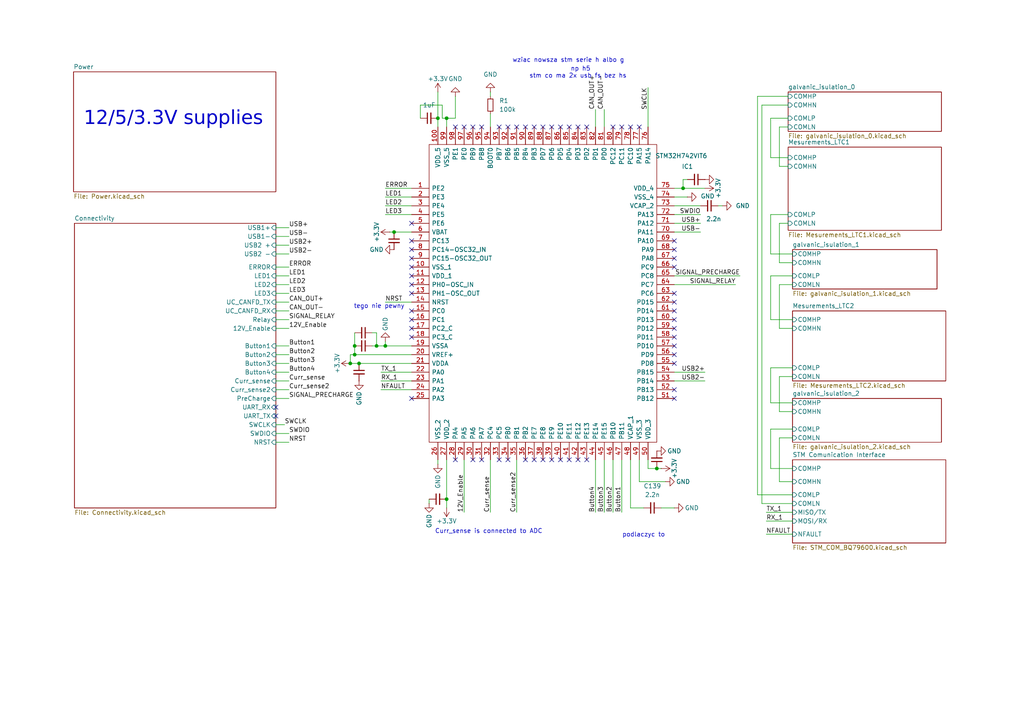
<source format=kicad_sch>
(kicad_sch (version 20250114) (generator "eeschema") (generator_version "9.0")
  (paper "A4")
  (lib_symbols
    (symbol "Device:C_Small" (pin_numbers (hide yes)) (pin_names (offset 0.254) (hide yes))
      (property "Reference" "C" (at 0.254 1.778 0))
      (property "Value" "C_Small" (at 0.254 -2.032 0))
      (symbol "C_Small_0_1"
        (polyline (pts (xy -1.524 0.508) (xy 1.524 0.508)) (stroke (width 0.3048)))
        (polyline (pts (xy -1.524 -0.508) (xy 1.524 -0.508)) (stroke (width 0.3302)))
      )
      (symbol "C_Small_1_1"
        (pin passive line (at 0 2.54 270) (length 2.032) (name "~") (number "1"))
        (pin passive line (at 0 -2.54 90) (length 2.032) (name "~") (number "2"))
      )
    )
    (symbol "Device:R_Small" (pin_numbers (hide yes)) (pin_names (offset 0.254) (hide yes))
      (property "Reference" "R1" (at 2.54 1.2701 0))
      (property "Value" "100k" (at 2.54 -1.2699 0))
      (symbol "R_Small_0_1"
        (rectangle (start -0.762 1.778) (end 0.762 -1.778) (stroke (width 0.2032)))
      )
      (symbol "R_Small_1_1"
        (pin passive line (at 0 2.54 270) (length 0.762) (name "~") (number "1"))
        (pin passive line (at 0 -2.54 90) (length 0.762) (name "~") (number "2"))
      )
    )
    (symbol "GND_2" (power) (pin_numbers (hide yes)) (pin_names (offset 0) (hide yes))
      (property "Value" "GND" (at 0 -5.08 0))
      (symbol "GND_2_0_1"
        (polyline (pts (xy 0 0) (xy 0 -1.27) (xy 1.27 -1.27) (xy 0 -2.54) (xy -1.27 -1.27) (xy 0 -1.27)))
      )
      (symbol "GND_2_1_1"
        (pin passive line (at 0 0 270) (length 0) (name "~") (number "1"))
      )
    )
    (symbol "STM32H742VIT6:STM32H742VIT6" (pin_names (offset 0.762))
      (property "Reference" "IC4" (at 80.01 6.3186 0))
      (property "Value" "STM32H742VIT6" (at 80.01 3.7786 0))
      (symbol "STM32H742VIT6_0_0"
        (pin passive line (at 0 0 0) (length 5.08) (name "PE2") (number "1"))
        (pin passive line (at 0 -2.54 0) (length 5.08) (name "PE3") (number "2"))
        (pin passive line (at 0 -5.08 0) (length 5.08) (name "PE4") (number "3"))
        (pin passive line (at 0 -7.62 0) (length 5.08) (name "PE5") (number "4"))
        (pin passive line (at 0 -10.16 0) (length 5.08) (name "PE6") (number "5"))
        (pin passive line (at 0 -12.7 0) (length 5.08) (name "VBAT") (number "6"))
        (pin passive line (at 0 -15.24 0) (length 5.08) (name "PC13") (number "7"))
        (pin passive line (at 0 -17.78 0) (length 5.08) (name "PC14-OSC32_IN") (number "8"))
        (pin passive line (at 0 -20.32 0) (length 5.08) (name "PC15-OSC32_OUT") (number "9"))
        (pin passive line (at 0 -22.86 0) (length 5.08) (name "VSS_1") (number "10"))
        (pin passive line (at 0 -25.4 0) (length 5.08) (name "VDD_1") (number "11"))
        (pin passive line (at 0 -27.94 0) (length 5.08) (name "PH0-OSC_IN") (number "12"))
        (pin passive line (at 0 -30.48 0) (length 5.08) (name "PH1-OSC_OUT") (number "13"))
        (pin passive line (at 0 -33.02 0) (length 5.08) (name "NRST") (number "14"))
        (pin passive line (at 0 -35.56 0) (length 5.08) (name "PC0") (number "15"))
        (pin passive line (at 0 -38.1 0) (length 5.08) (name "PC1") (number "16"))
        (pin passive line (at 0 -40.64 0) (length 5.08) (name "PC2_C") (number "17"))
        (pin passive line (at 0 -43.18 0) (length 5.08) (name "PC3_C") (number "18"))
        (pin passive line (at 0 -45.72 0) (length 5.08) (name "VSSA") (number "19"))
        (pin passive line (at 0 -48.26 0) (length 5.08) (name "VREF+") (number "20"))
        (pin passive line (at 0 -50.8 0) (length 5.08) (name "VDDA") (number "21"))
        (pin passive line (at 0 -53.34 0) (length 5.08) (name "PA0") (number "22"))
        (pin passive line (at 0 -55.88 0) (length 5.08) (name "PA1") (number "23"))
        (pin passive line (at 0 -58.42 0) (length 5.08) (name "PA2") (number "24"))
        (pin passive line (at 0 -60.96 0) (length 5.08) (name "PA3") (number "25"))
        (pin passive line (at 7.62 17.78 270) (length 5.08) (name "VDD_5") (number "100"))
        (pin passive line (at 7.62 -78.74 90) (length 5.08) (name "VSS_2") (number "26"))
        (pin passive line (at 10.16 17.78 270) (length 5.08) (name "VSS_5") (number "99"))
        (pin passive line (at 10.16 -78.74 90) (length 5.08) (name "VDD_2") (number "27"))
        (pin passive line (at 12.7 17.78 270) (length 5.08) (name "PE1") (number "98"))
        (pin passive line (at 12.7 -78.74 90) (length 5.08) (name "PA4") (number "28"))
        (pin passive line (at 15.24 17.78 270) (length 5.08) (name "PE0") (number "97"))
        (pin passive line (at 15.24 -78.74 90) (length 5.08) (name "PA5") (number "29"))
        (pin passive line (at 17.78 17.78 270) (length 5.08) (name "PB9") (number "96"))
        (pin passive line (at 17.78 -78.74 90) (length 5.08) (name "PA6") (number "30"))
        (pin passive line (at 20.32 17.78 270) (length 5.08) (name "PB8") (number "95"))
        (pin passive line (at 20.32 -78.74 90) (length 5.08) (name "PA7") (number "31"))
        (pin passive line (at 22.86 17.78 270) (length 5.08) (name "BOOT0") (number "94"))
        (pin passive line (at 22.86 -78.74 90) (length 5.08) (name "PC4") (number "32"))
        (pin passive line (at 25.4 17.78 270) (length 5.08) (name "PB7") (number "93"))
        (pin passive line (at 25.4 -78.74 90) (length 5.08) (name "PC5") (number "33"))
        (pin passive line (at 27.94 17.78 270) (length 5.08) (name "PB6") (number "92"))
        (pin passive line (at 27.94 -78.74 90) (length 5.08) (name "PB0") (number "34"))
        (pin passive line (at 30.48 17.78 270) (length 5.08) (name "PB5") (number "91"))
        (pin passive line (at 30.48 -78.74 90) (length 5.08) (name "PB1") (number "35"))
        (pin passive line (at 33.02 17.78 270) (length 5.08) (name "PB4") (number "90"))
        (pin passive line (at 33.02 -78.74 90) (length 5.08) (name "PB2") (number "36"))
        (pin passive line (at 35.56 17.78 270) (length 5.08) (name "PB3") (number "89"))
        (pin passive line (at 35.56 -78.74 90) (length 5.08) (name "PE7") (number "37"))
        (pin passive line (at 38.1 17.78 270) (length 5.08) (name "PD7") (number "88"))
        (pin passive line (at 38.1 -78.74 90) (length 5.08) (name "PE8") (number "38"))
        (pin passive line (at 40.64 17.78 270) (length 5.08) (name "PD6") (number "87"))
        (pin passive line (at 40.64 -78.74 90) (length 5.08) (name "PE9") (number "39"))
        (pin passive line (at 43.18 17.78 270) (length 5.08) (name "PD5") (number "86"))
        (pin passive line (at 43.18 -78.74 90) (length 5.08) (name "PE10") (number "40"))
        (pin passive line (at 45.72 17.78 270) (length 5.08) (name "PD4") (number "85"))
        (pin passive line (at 45.72 -78.74 90) (length 5.08) (name "PE11") (number "41"))
        (pin passive line (at 48.26 17.78 270) (length 5.08) (name "PD3") (number "84"))
        (pin passive line (at 48.26 -78.74 90) (length 5.08) (name "PE12") (number "42"))
        (pin passive line (at 50.8 17.78 270) (length 5.08) (name "PD2") (number "83"))
        (pin passive line (at 50.8 -78.74 90) (length 5.08) (name "PE13") (number "43"))
        (pin passive line (at 53.34 17.78 270) (length 5.08) (name "PD1") (number "82"))
        (pin passive line (at 53.34 -78.74 90) (length 5.08) (name "PE14") (number "44"))
        (pin passive line (at 55.88 17.78 270) (length 5.08) (name "PD0") (number "81"))
        (pin passive line (at 55.88 -78.74 90) (length 5.08) (name "PE15") (number "45"))
        (pin passive line (at 58.42 17.78 270) (length 5.08) (name "PC12") (number "80"))
        (pin passive line (at 58.42 -78.74 90) (length 5.08) (name "PB10") (number "46"))
        (pin passive line (at 60.96 17.78 270) (length 5.08) (name "PC11") (number "79"))
        (pin passive line (at 60.96 -78.74 90) (length 5.08) (name "PB11") (number "47"))
        (pin passive line (at 63.5 17.78 270) (length 5.08) (name "PC10") (number "78"))
        (pin passive line (at 63.5 -78.74 90) (length 5.08) (name "VCAP_1") (number "48"))
        (pin passive line (at 66.04 17.78 270) (length 5.08) (name "PA15") (number "77"))
        (pin passive line (at 66.04 -78.74 90) (length 5.08) (name "VSS_3") (number "49"))
        (pin passive line (at 68.58 17.78 270) (length 5.08) (name "PA14") (number "76"))
        (pin passive line (at 68.58 -78.74 90) (length 5.08) (name "VDD_3") (number "50"))
        (pin passive line (at 76.2 0 180) (length 5.08) (name "VDD_4") (number "75"))
        (pin passive line (at 76.2 -2.54 180) (length 5.08) (name "VSS_4") (number "74"))
        (pin passive line (at 76.2 -5.08 180) (length 5.08) (name "VCAP_2") (number "73"))
        (pin passive line (at 76.2 -7.62 180) (length 5.08) (name "PA13") (number "72"))
        (pin passive line (at 76.2 -10.16 180) (length 5.08) (name "PA12") (number "71"))
        (pin passive line (at 76.2 -12.7 180) (length 5.08) (name "PA11") (number "70"))
        (pin passive line (at 76.2 -15.24 180) (length 5.08) (name "PA10") (number "69"))
        (pin passive line (at 76.2 -17.78 180) (length 5.08) (name "PA9") (number "68"))
        (pin passive line (at 76.2 -20.32 180) (length 5.08) (name "PA8") (number "67"))
        (pin passive line (at 76.2 -22.86 180) (length 5.08) (name "PC9") (number "66"))
        (pin passive line (at 76.2 -25.4 180) (length 5.08) (name "PC8") (number "65"))
        (pin passive line (at 76.2 -27.94 180) (length 5.08) (name "PC7") (number "64"))
        (pin passive line (at 76.2 -30.48 180) (length 5.08) (name "PC6") (number "63"))
        (pin passive line (at 76.2 -33.02 180) (length 5.08) (name "PD15") (number "62"))
        (pin passive line (at 76.2 -35.56 180) (length 5.08) (name "PD14") (number "61"))
        (pin passive line (at 76.2 -38.1 180) (length 5.08) (name "PD13") (number "60"))
        (pin passive line (at 76.2 -40.64 180) (length 5.08) (name "PD12") (number "59"))
        (pin passive line (at 76.2 -43.18 180) (length 5.08) (name "PD11") (number "58"))
        (pin passive line (at 76.2 -45.72 180) (length 5.08) (name "PD10") (number "57"))
        (pin passive line (at 76.2 -48.26 180) (length 5.08) (name "PD9") (number "56"))
        (pin passive line (at 76.2 -50.8 180) (length 5.08) (name "PD8") (number "55"))
        (pin passive line (at 76.2 -53.34 180) (length 5.08) (name "PB15") (number "54"))
        (pin passive line (at 76.2 -55.88 180) (length 5.08) (name "PB14") (number "53"))
        (pin passive line (at 76.2 -58.42 180) (length 5.08) (name "PB13") (number "52"))
        (pin passive line (at 76.2 -60.96 180) (length 5.08) (name "PB12") (number "51"))
      )
      (symbol "STM32H742VIT6_1_1"
        (rectangle (start 5.08 12.7) (end 71.12 -73.66))
      )
    )
    (symbol "power:+3.3V" (power) (pin_numbers (hide yes)) (pin_names (offset 0) (hide yes))
      (property "Value" "+3.3V" (at 0 3.556 0))
      (symbol "+3.3V_0_1"
        (polyline (pts (xy -0.762 1.27) (xy 0 2.54)))
        (polyline (pts (xy 0 2.54) (xy 0.762 1.27)))
        (polyline (pts (xy 0 0) (xy 0 2.54)))
      )
      (symbol "+3.3V_1_1"
        (pin power_in line (at 0 0 90) (length 0) (name "~") (number "1"))
      )
    )
    (symbol "power:GND" (power) (pin_numbers (hide yes)) (pin_names (offset 0) (hide yes))
      (property "Value" "GND" (at 0 -3.81 0))
      (symbol "GND_0_1"
        (polyline (pts (xy 0 0) (xy 0 -1.27) (xy 1.27 -1.27) (xy 0 -2.54) (xy -1.27 -1.27) (xy 0 -1.27)))
      )
      (symbol "GND_1_1"
        (pin power_in line (at 0 0 270) (length 0) (name "~") (number "1"))
      )
    )
  )
  (text "tego nie pewny\n" (at 109.982 88.9 0) (effects (font (size 1.27 1.27))))
  (text "podlaczyc to\n" (at 186.69 155.194 0) (effects (font (size 1.27 1.27))))
  (text "12/5/3.3V supplies\n" (at 50.292 35.56 0) (effects (font (size 4 4))))
  (text "np h5" (at 168.402 20.066 0) (effects (font (size 1.27 1.27))))
  (text "wziac nowsza stm serie h albo g" (at 164.846 17.526 0) (effects (font (size 1.27 1.27))))
  (text "Curr_sense is connected to ADC " (at 142.24 154.178 0) (effects (font (size 1.27 1.27))))
  (text "stm co ma 2x usb fs bez hs" (at 167.64 22.098 0) (effects (font (size 1.27 1.27))))
  (junction (at 104.14 105.41))
  (junction (at 127 34.29))
  (junction (at 109.22 100.33))
  (junction (at 102.87 102.87))
  (junction (at 102.87 100.33))
  (junction (at 198.12 54.61))
  (junction (at 129.54 144.78))
  (junction (at 129.54 34.29))
  (junction (at 111.76 100.33))
  (junction (at 190.5 135.89))
  (junction (at 101.6 105.41))
  (junction (at 114.3 67.31))
  (no_connect (at 195.58 72.39))
  (no_connect (at 119.38 115.57))
  (no_connect (at 154.94 36.83))
  (no_connect (at 195.58 115.57))
  (no_connect (at 80.01 120.65))
  (no_connect (at 167.64 133.35))
  (no_connect (at 149.86 36.83))
  (no_connect (at 119.38 92.71))
  (no_connect (at 119.38 64.77))
  (no_connect (at 157.48 36.83))
  (no_connect (at 147.32 133.35))
  (no_connect (at 195.58 92.71))
  (no_connect (at 119.38 97.79))
  (no_connect (at 132.08 36.83))
  (no_connect (at 119.38 72.39))
  (no_connect (at 195.58 85.09))
  (no_connect (at 167.64 36.83))
  (no_connect (at 162.56 36.83))
  (no_connect (at 195.58 97.79))
  (no_connect (at 195.58 69.85))
  (no_connect (at 195.58 90.17))
  (no_connect (at 177.8 36.83))
  (no_connect (at 152.4 133.35))
  (no_connect (at 152.4 36.83))
  (no_connect (at 119.38 90.17))
  (no_connect (at 119.38 85.09))
  (no_connect (at 165.1 133.35))
  (no_connect (at 147.32 36.83))
  (no_connect (at 139.7 133.35))
  (no_connect (at 119.38 77.47))
  (no_connect (at 180.34 36.83))
  (no_connect (at 195.58 87.63))
  (no_connect (at 154.94 133.35))
  (no_connect (at 144.78 36.83))
  (no_connect (at 195.58 105.41))
  (no_connect (at 119.38 69.85))
  (no_connect (at 182.88 36.83))
  (no_connect (at 185.42 36.83))
  (no_connect (at 132.08 133.35))
  (no_connect (at 137.16 36.83))
  (no_connect (at 195.58 74.93))
  (no_connect (at 160.02 133.35))
  (no_connect (at 119.38 80.01))
  (no_connect (at 80.01 118.11))
  (no_connect (at 119.38 82.55))
  (no_connect (at 144.78 133.35))
  (no_connect (at 162.56 133.35))
  (no_connect (at 195.58 100.33))
  (no_connect (at 139.7 36.83))
  (no_connect (at 195.58 77.47))
  (no_connect (at 119.38 95.25))
  (no_connect (at 134.62 36.83))
  (no_connect (at 137.16 133.35))
  (no_connect (at 119.38 74.93))
  (no_connect (at 157.48 133.35))
  (no_connect (at 165.1 36.83))
  (no_connect (at 160.02 36.83))
  (no_connect (at 170.18 133.35))
  (no_connect (at 195.58 113.03))
  (no_connect (at 195.58 102.87))
  (no_connect (at 195.58 95.25))
  (no_connect (at 170.18 36.83))
  (wire (pts (xy 80.01 68.58) (xy 83.82 68.58)))
  (wire (pts (xy 129.54 34.29) (xy 129.54 36.83)))
  (wire (pts (xy 193.04 139.7) (xy 185.42 139.7)))
  (wire (pts (xy 195.58 67.31) (xy 203.2 67.31)))
  (wire (pts (xy 129.54 133.35) (xy 129.54 144.78)))
  (wire (pts (xy 195.58 110.49) (xy 204.47 110.49)))
  (wire (pts (xy 226.06 119.38) (xy 226.06 109.22)))
  (wire (pts (xy 182.88 147.32) (xy 186.69 147.32)))
  (wire (pts (xy 110.49 110.49) (xy 119.38 110.49)))
  (wire (pts (xy 80.01 107.95) (xy 83.82 107.95)))
  (wire (pts (xy 80.01 110.49) (xy 83.82 110.49)))
  (wire (pts (xy 80.01 95.25) (xy 83.82 95.25)))
  (wire (pts (xy 80.01 113.03) (xy 83.82 113.03)))
  (wire (pts (xy 229.87 76.2) (xy 226.06 76.2)))
  (wire (pts (xy 177.8 133.35) (xy 177.8 148.59)))
  (wire (pts (xy 185.42 139.7) (xy 185.42 133.35)))
  (wire (pts (xy 223.52 34.29) (xy 228.6 34.29)))
  (wire (pts (xy 226.06 36.83) (xy 228.6 36.83)))
  (wire (pts (xy 198.12 54.61) (xy 204.47 54.61)))
  (wire (pts (xy 111.76 62.23) (xy 119.38 62.23)))
  (wire (pts (xy 229.87 143.51) (xy 219.71 143.51)))
  (wire (pts (xy 110.49 107.95) (xy 119.38 107.95)))
  (wire (pts (xy 226.06 127) (xy 229.87 127)))
  (wire (pts (xy 195.58 64.77) (xy 203.2 64.77)))
  (wire (pts (xy 222.25 151.13) (xy 229.87 151.13)))
  (wire (pts (xy 226.06 82.55) (xy 229.87 82.55)))
  (wire (pts (xy 132.08 27.94) (xy 132.08 34.29)))
  (wire (pts (xy 111.76 100.33) (xy 111.76 99.06)))
  (wire (pts (xy 80.01 87.63) (xy 83.82 87.63)))
  (wire (pts (xy 80.01 80.01) (xy 83.82 80.01)))
  (wire (pts (xy 80.01 66.04) (xy 83.82 66.04)))
  (wire (pts (xy 80.01 73.66) (xy 83.82 73.66)))
  (wire (pts (xy 226.06 48.26) (xy 226.06 36.83)))
  (wire (pts (xy 80.01 125.73) (xy 83.82 125.73)))
  (wire (pts (xy 226.06 76.2) (xy 226.06 64.77)))
  (wire (pts (xy 226.06 95.25) (xy 226.06 82.55)))
  (wire (pts (xy 128.27 30.48) (xy 128.27 34.29)))
  (wire (pts (xy 80.01 82.55) (xy 83.82 82.55)))
  (wire (pts (xy 187.96 135.89) (xy 187.96 133.35)))
  (wire (pts (xy 191.77 135.89) (xy 190.5 135.89)))
  (wire (pts (xy 102.87 96.52) (xy 102.87 100.33)))
  (wire (pts (xy 111.76 59.69) (xy 119.38 59.69)))
  (wire (pts (xy 223.52 116.84) (xy 223.52 106.68)))
  (wire (pts (xy 101.6 105.41) (xy 104.14 105.41)))
  (wire (pts (xy 195.58 107.95) (xy 204.47 107.95)))
  (wire (pts (xy 110.49 113.03) (xy 119.38 113.03)))
  (wire (pts (xy 228.6 45.72) (xy 223.52 45.72)))
  (wire (pts (xy 182.88 133.35) (xy 182.88 147.32)))
  (wire (pts (xy 195.58 57.15) (xy 199.39 57.15)))
  (wire (pts (xy 109.22 96.52) (xy 109.22 100.33)))
  (wire (pts (xy 80.01 92.71) (xy 83.82 92.71)))
  (wire (pts (xy 114.3 67.31) (xy 119.38 67.31)))
  (wire (pts (xy 226.06 64.77) (xy 228.6 64.77)))
  (wire (pts (xy 111.76 100.33) (xy 119.38 100.33)))
  (wire (pts (xy 229.87 139.7) (xy 226.06 139.7)))
  (wire (pts (xy 113.03 67.31) (xy 114.3 67.31)))
  (wire (pts (xy 107.95 100.33) (xy 109.22 100.33)))
  (wire (pts (xy 195.58 54.61) (xy 198.12 54.61)))
  (wire (pts (xy 128.27 34.29) (xy 129.54 34.29)))
  (wire (pts (xy 80.01 123.19) (xy 82.55 123.19)))
  (wire (pts (xy 195.58 59.69) (xy 203.2 59.69)))
  (wire (pts (xy 229.87 119.38) (xy 226.06 119.38)))
  (wire (pts (xy 80.01 128.27) (xy 83.82 128.27)))
  (wire (pts (xy 195.58 82.55) (xy 213.36 82.55)))
  (wire (pts (xy 172.72 133.35) (xy 172.72 148.59)))
  (wire (pts (xy 111.76 57.15) (xy 119.38 57.15)))
  (wire (pts (xy 198.12 52.07) (xy 198.12 54.61)))
  (wire (pts (xy 223.52 80.01) (xy 229.87 80.01)))
  (wire (pts (xy 222.25 154.94) (xy 229.87 154.94)))
  (wire (pts (xy 191.77 147.32) (xy 195.58 147.32)))
  (wire (pts (xy 226.06 139.7) (xy 226.06 127)))
  (wire (pts (xy 142.24 33.02) (xy 142.24 36.83)))
  (wire (pts (xy 80.01 105.41) (xy 83.82 105.41)))
  (wire (pts (xy 134.62 133.35) (xy 134.62 148.59)))
  (wire (pts (xy 127 26.67) (xy 127 34.29)))
  (wire (pts (xy 223.52 62.23) (xy 228.6 62.23)))
  (wire (pts (xy 132.08 34.29) (xy 129.54 34.29)))
  (wire (pts (xy 142.24 26.67) (xy 142.24 27.94)))
  (wire (pts (xy 80.01 71.12) (xy 83.82 71.12)))
  (wire (pts (xy 229.87 135.89) (xy 223.52 135.89)))
  (wire (pts (xy 220.98 30.48) (xy 220.98 146.05)))
  (wire (pts (xy 195.58 62.23) (xy 203.2 62.23)))
  (wire (pts (xy 80.01 102.87) (xy 83.82 102.87)))
  (wire (pts (xy 111.76 54.61) (xy 119.38 54.61)))
  (wire (pts (xy 102.87 102.87) (xy 119.38 102.87)))
  (wire (pts (xy 101.6 102.87) (xy 102.87 102.87)))
  (wire (pts (xy 223.52 135.89) (xy 223.52 124.46)))
  (wire (pts (xy 223.52 124.46) (xy 229.87 124.46)))
  (wire (pts (xy 228.6 27.94) (xy 219.71 27.94)))
  (wire (pts (xy 124.46 144.78) (xy 124.46 146.05)))
  (wire (pts (xy 223.52 92.71) (xy 223.52 80.01)))
  (wire (pts (xy 80.01 90.17) (xy 83.82 90.17)))
  (wire (pts (xy 80.01 77.47) (xy 83.82 77.47)))
  (wire (pts (xy 127 34.29) (xy 127 36.83)))
  (wire (pts (xy 101.6 102.87) (xy 101.6 105.41)))
  (wire (pts (xy 142.24 133.35) (xy 142.24 148.59)))
  (wire (pts (xy 220.98 30.48) (xy 228.6 30.48)))
  (wire (pts (xy 229.87 116.84) (xy 223.52 116.84)))
  (wire (pts (xy 187.96 25.4) (xy 187.96 36.83)))
  (wire (pts (xy 175.26 133.35) (xy 175.26 148.59)))
  (wire (pts (xy 111.76 87.63) (xy 119.38 87.63)))
  (wire (pts (xy 209.55 59.69) (xy 208.28 59.69)))
  (wire (pts (xy 229.87 73.66) (xy 223.52 73.66)))
  (wire (pts (xy 102.87 100.33) (xy 102.87 102.87)))
  (wire (pts (xy 223.52 106.68) (xy 229.87 106.68)))
  (wire (pts (xy 104.14 105.41) (xy 119.38 105.41)))
  (wire (pts (xy 107.95 96.52) (xy 109.22 96.52)))
  (wire (pts (xy 121.92 30.48) (xy 128.27 30.48)))
  (wire (pts (xy 229.87 92.71) (xy 223.52 92.71)))
  (wire (pts (xy 80.01 115.57) (xy 83.82 115.57)))
  (wire (pts (xy 80.01 85.09) (xy 83.82 85.09)))
  (wire (pts (xy 190.5 135.89) (xy 187.96 135.89)))
  (wire (pts (xy 80.01 100.33) (xy 83.82 100.33)))
  (wire (pts (xy 219.71 27.94) (xy 219.71 143.51)))
  (wire (pts (xy 222.25 148.59) (xy 229.87 148.59)))
  (wire (pts (xy 214.63 80.01) (xy 195.58 80.01)))
  (wire (pts (xy 223.52 73.66) (xy 223.52 62.23)))
  (wire (pts (xy 226.06 109.22) (xy 229.87 109.22)))
  (wire (pts (xy 127 133.35) (xy 127 134.62)))
  (wire (pts (xy 228.6 48.26) (xy 226.06 48.26)))
  (wire (pts (xy 129.54 144.78) (xy 129.54 147.32)))
  (wire (pts (xy 229.87 95.25) (xy 226.06 95.25)))
  (wire (pts (xy 172.72 31.75) (xy 172.72 36.83)))
  (wire (pts (xy 149.86 133.35) (xy 149.86 148.59)))
  (wire (pts (xy 199.39 52.07) (xy 198.12 52.07)))
  (wire (pts (xy 121.92 34.29) (xy 121.92 30.48)))
  (wire (pts (xy 109.22 100.33) (xy 111.76 100.33)))
  (wire (pts (xy 175.26 31.75) (xy 175.26 36.83)))
  (wire (pts (xy 229.87 146.05) (xy 220.98 146.05)))
  (wire (pts (xy 223.52 45.72) (xy 223.52 34.29)))
  (wire (pts (xy 180.34 133.35) (xy 180.34 148.59)))
  (label "NRST" (at 111.76 87.63 0))
  (label "USB-" (at 83.82 68.58 0))
  (label "RX_1" (at 222.25 151.13 0))
  (label "CAN_OUT+" (at 83.82 87.63 0))
  (label "ERROR" (at 111.76 54.61 0))
  (label "CAN_OUT+" (at 172.72 31.75 90))
  (label "TX_1" (at 222.25 148.59 0))
  (label "Curr_sense" (at 83.82 110.49 0))
  (label "CAN_OUT-" (at 83.82 90.17 0))
  (label "USB2+" (at 83.82 71.12 0))
  (label "USB+" (at 83.82 66.04 0))
  (label "Curr_sense2" (at 83.82 113.03 0))
  (label "ERROR" (at 83.82 77.47 0))
  (label "USB-" (at 203.2 67.31 180))
  (label "RX_1" (at 110.49 110.49 0))
  (label "SIGNAL_PRECHARGE" (at 83.82 115.57 0))
  (label "SWDIO" (at 83.82 125.73 0))
  (label "LED1" (at 83.82 80.01 0))
  (label "USB2+" (at 204.47 107.95 180))
  (label "LED1" (at 111.76 57.15 0))
  (label "Button3" (at 83.82 105.41 0))
  (label "USB2-" (at 204.47 110.49 180))
  (label "SWCLK" (at 82.55 123.19 0))
  (label "12V_Enable" (at 134.62 148.59 90))
  (label "NRST" (at 83.82 128.27 0))
  (label "Button4" (at 83.82 107.95 0))
  (label "TX_1" (at 110.49 107.95 0))
  (label "NFAULT" (at 110.49 113.03 0))
  (label "SIGNAL_PRECHARGE" (at 214.63 80.01 180))
  (label "LED2" (at 111.76 59.69 0))
  (label "SIGNAL_RELAY" (at 83.82 92.71 0))
  (label "Button4" (at 172.72 148.59 90))
  (label "Button1" (at 180.34 148.59 90))
  (label "CAN_OUT-" (at 175.26 31.75 90))
  (label "SWDIO" (at 203.2 62.23 180))
  (label "Button1" (at 83.82 100.33 0))
  (label "LED3" (at 111.76 62.23 0))
  (label "SIGNAL_RELAY" (at 213.36 82.55 180))
  (label "USB+" (at 203.2 64.77 180))
  (label "Button2" (at 83.82 102.87 0))
  (label "LED3" (at 83.82 85.09 0))
  (label "Curr_sense2" (at 149.86 148.59 90))
  (label "LED2" (at 83.82 82.55 0))
  (label "USB2-" (at 83.82 73.66 0))
  (label "SWCLK" (at 187.96 25.4 270))
  (label "Button3" (at 175.26 148.59 90))
  (label "Button2" (at 177.8 148.59 90))
  (label "12V_Enable" (at 83.82 95.25 0))
  (label "Curr_sense" (at 142.24 148.59 90))
  (label "NFAULT" (at 222.25 154.94 0))
  (symbol (lib_id "power:GND") (at 199.39 57.15 90) (unit 1)
    (property "Reference" "#PWR010" (effects (hide yes)))
    (property "Value" "GND" (at 205.232 56.896 90))
    (property "Description" "Power symbol creates a global label with name \"GND\" , ground" (effects (hide yes)))
  )
  (symbol (lib_name "GND_2") (lib_id "power:GND") (at 142.24 26.67 180) (unit 1)
    (property "Reference" "#PWR08" (effects (hide yes)))
    (property "Value" "GND" (at 142.24 21.59 0))
    (property "Description" "Power symbol creates a global label with name \"GND\" , ground" (effects (hide yes)))
  )
  (symbol (lib_id "power:+3.3V") (at 191.77 135.89 270) (unit 1)
    (property "Reference" "#PWR0103" (effects (hide yes)))
    (property "Value" "+3.3V" (at 195.58 135.89 0))
  )
  (symbol (lib_id "Device:C_Small") (at 124.46 34.29 90) (unit 1)
    (property "Reference" "C65" (effects (hide yes)))
    (property "Value" "1uF" (at 124.4663 30.48 90))
    (property "Footprint" "Capacitor_SMD:C_0603_1608Metric_Pad1.08x0.95mm_HandSolder" (effects (hide yes)))
    (property "Datasheet" "https://www.mouser.pl/ProductDetail/TAIYO-YUDEN/EMK107B7105MA8T?qs=sGAEpiMZZMsh%252B1woXyUXj30ZYomYlxpXD%252BuSrqeE39U%3D" (effects (hide yes)))
    (property "Description" "Unpolarized capacitor, small symbol" (effects (hide yes)))
  )
  (symbol (lib_id "power:GND") (at 124.46 146.05 0) (unit 1)
    (property "Reference" "#PWR0133" (effects (hide yes)))
    (property "Value" "GND" (at 124.46 151.13 90))
    (property "Description" "Power symbol creates a global label with name \"GND\" , ground" (effects (hide yes)))
  )
  (symbol (lib_id "power:GND") (at 204.47 52.07 90) (unit 1)
    (property "Reference" "#PWR0140" (effects (hide yes)))
    (property "Value" "GND" (effects (hide yes)))
    (property "Description" "Power symbol creates a global label with name \"GND\" , ground" (effects (hide yes)))
  )
  (symbol (lib_id "Device:C_Small") (at 105.41 100.33 270) (unit 1)
    (property "Reference" "C1" (effects (hide yes)))
    (property "Value" "100n ceramiczny" (effects (hide yes)))
    (property "Footprint" "Capacitor_SMD:C_0603_1608Metric_Pad1.08x0.95mm_HandSolder" (effects (hide yes)))
    (property "Datasheet" "https://www.mouser.pl/ProductDetail/TAIYO-YUDEN/MAJCU168BB7104KTEA01?qs=ZcfC38r4PovJ4zMRJqa98Q%3D%3D" (effects (hide yes)))
    (property "Description" "Unpolarized capacitor, small symbol" (effects (hide yes)))
  )
  (symbol (lib_id "Device:C_Small") (at 104.14 107.95 0) (unit 1)
    (property "Reference" "C66" (effects (hide yes)))
    (property "Value" "1uF" (effects (hide yes)))
    (property "Footprint" "Capacitor_SMD:C_0603_1608Metric_Pad1.08x0.95mm_HandSolder" (effects (hide yes)))
    (property "Datasheet" "https://www.mouser.pl/ProductDetail/TAIYO-YUDEN/EMK107B7105MA8T?qs=sGAEpiMZZMsh%252B1woXyUXj30ZYomYlxpXD%252BuSrqeE39U%3D" (effects (hide yes)))
    (property "Description" "Unpolarized capacitor, small symbol" (effects (hide yes)))
  )
  (symbol (lib_id "Device:R_Small") (at 142.24 30.48 0) (unit 1)
    (property "Reference" "R1" (at 144.78 29.2099 0) (effects (justify left)))
    (property "Value" "100k" (at 144.78 31.7499 0) (effects (justify left)))
    (property "Footprint" "Resistor_SMD:R_0603_1608Metric_Pad0.98x0.95mm_HandSolder" (effects (hide yes)))
    (property "Datasheet" "https://www.mouser.pl/ProductDetail/Panasonic/ERA-3AED104V?qs=sGAEpiMZZMvdGkrng054t5mej2KPdPuFer%252BmkwOaGAY%3D" (effects (hide yes)))
    (property "Description" "Resistor, small symbol" (effects (hide yes)))
  )
  (symbol (lib_id "power:+3.3V") (at 204.47 54.61 270) (unit 1)
    (property "Reference" "#PWR0129" (effects (hide yes)))
    (property "Value" "+3.3V" (at 208.28 54.61 0))
  )
  (symbol (lib_name "GND_2") (lib_id "power:GND") (at 209.55 59.69 90) (unit 1)
    (property "Reference" "#PWR0120" (effects (hide yes)))
    (property "Value" "GND" (at 213.36 59.6899 90) (effects (justify right)))
    (property "Description" "Power symbol creates a global label with name \"GND\" , ground" (effects (hide yes)))
  )
  (symbol (lib_id "Device:C_Small") (at 127 144.78 90) (unit 1)
    (property "Reference" "C67" (effects (hide yes)))
    (property "Value" "1uF" (effects (hide yes)))
    (property "Footprint" "Capacitor_SMD:C_0603_1608Metric_Pad1.08x0.95mm_HandSolder" (effects (hide yes)))
    (property "Datasheet" "https://www.mouser.pl/ProductDetail/TAIYO-YUDEN/EMK107B7105MA8T?qs=sGAEpiMZZMsh%252B1woXyUXj30ZYomYlxpXD%252BuSrqeE39U%3D" (effects (hide yes)))
    (property "Description" "Unpolarized capacitor, small symbol" (effects (hide yes)))
  )
  (symbol (lib_id "power:GND") (at 132.08 27.94 180) (unit 1)
    (property "Reference" "#PWR06" (effects (hide yes)))
    (property "Value" "GND" (at 132.08 22.86 0))
    (property "Description" "Power symbol creates a global label with name \"GND\" , ground" (effects (hide yes)))
  )
  (symbol (lib_id "power:+3.3V") (at 113.03 67.31 90) (unit 1)
    (property "Reference" "#PWR04" (effects (hide yes)))
    (property "Value" "+3.3V" (at 109.22 67.31 0))
  )
  (symbol (lib_id "power:GND") (at 104.14 110.49 0) (unit 1)
    (property "Reference" "#PWR0126" (effects (hide yes)))
    (property "Value" "GND" (at 104.14 115.57 90))
    (property "Description" "Power symbol creates a global label with name \"GND\" , ground" (effects (hide yes)))
  )
  (symbol (lib_id "Device:C_Small") (at 105.41 96.52 270) (unit 1)
    (property "Reference" "C141" (effects (hide yes)))
    (property "Value" "47n" (effects (hide yes)))
    (property "Footprint" "Capacitor_SMD:C_0603_1608Metric_Pad1.08x0.95mm_HandSolder" (effects (hide yes)))
    (property "Datasheet" "https://www.mouser.pl/ProductDetail/KEMET/C0603C473J3RACAUTO?qs=LnFVCKo%2FxLlw%2Fry3h%252BVLzQ%3D%3D" (effects (hide yes)))
    (property "Description" "Unpolarized capacitor, small symbol" (effects (hide yes)))
  )
  (symbol (lib_id "Device:C_Small") (at 190.5 133.35 180) (unit 1)
    (property "Reference" "C68" (effects (hide yes)))
    (property "Value" "1uF" (effects (hide yes)))
    (property "Footprint" "Capacitor_SMD:C_0603_1608Metric_Pad1.08x0.95mm_HandSolder" (effects (hide yes)))
    (property "Datasheet" "https://www.mouser.pl/ProductDetail/TAIYO-YUDEN/EMK107B7105MA8T?qs=sGAEpiMZZMsh%252B1woXyUXj30ZYomYlxpXD%252BuSrqeE39U%3D" (effects (hide yes)))
    (property "Description" "Unpolarized capacitor, small symbol" (effects (hide yes)))
  )
  (symbol (lib_id "power:+3.3V") (at 129.54 147.32 180) (unit 1)
    (property "Reference" "#PWR09" (effects (hide yes)))
    (property "Value" "+3.3V" (at 129.54 151.13 0))
  )
  (symbol (lib_id "power:GND") (at 190.5 130.81 90) (unit 1)
    (property "Reference" "#PWR0159" (effects (hide yes)))
    (property "Value" "GND" (at 195.58 130.81 90))
    (property "Description" "Power symbol creates a global label with name \"GND\" , ground" (effects (hide yes)))
  )
  (symbol (lib_id "power:+3.3V") (at 127 26.67 0) (unit 1)
    (property "Reference" "#PWR03" (effects (hide yes)))
    (property "Value" "+3.3V" (at 127 22.86 0))
  )
  (symbol (lib_id "Device:C_Small") (at 189.23 147.32 270) (unit 1)
    (property "Reference" "C139" (at 189.2236 140.97 90))
    (property "Value" "2.2n" (at 189.2236 143.51 90))
    (property "Footprint" "Capacitor_SMD:C_0603_1608Metric_Pad1.08x0.95mm_HandSolder" (effects (hide yes)))
    (property "Datasheet" "https://www.mouser.pl/ProductDetail/TDK/CGA3E2C0G1H222J080AE?qs=P1JMDcb91o5KNu2GzASXrQ%3D%3D" (effects (hide yes)))
    (property "Description" "Unpolarized capacitor, small symbol" (effects (hide yes)))
  )
  (symbol (lib_id "STM32H742VIT6:STM32H742VIT6") (at 119.38 54.61 0) (unit 1)
    (property "Reference" "IC1" (at 199.39 48.2914 0))
    (property "Value" "STM32H742VIT6" (at 197.612 45.212 0))
    (property "Footprint" "footrpint:STM32H742VIT6" (effects (hide yes)))
    (property "Datasheet" "https://www.st.com/resource/en/datasheet/stm32h742vi.pdf" (effects (hide yes)))
    (property "Description" "ARM Microcontrollers - MCU 16/32-BITS MICROS" (effects (hide yes)))
    (property "Height" "1.6" (effects (hide yes)))
    (property "Mouser Part Number" "511-STM32H742VIT6" (effects (hide yes)))
    (property "Mouser Price/Stock" "https://www.mouser.co.uk/ProductDetail/STMicroelectronics/STM32H742VIT6?qs=%252B6g0mu59x7Jvz2LcLUfsOg%3D%3D" (effects (hide yes)))
    (property "Manufacturer_Name" "STMicroelectronics" (effects (hide yes)))
    (property "Manufacturer_Part_Number" "STM32H742VIT6" (effects (hide yes)))
  )
  (symbol (lib_id "power:GND") (at 111.76 99.06 180) (unit 1)
    (property "Reference" "#PWR02" (effects (hide yes)))
    (property "Value" "GND" (at 111.76 93.98 90))
    (property "Description" "Power symbol creates a global label with name \"GND\" , ground" (effects (hide yes)))
  )
  (symbol (lib_id "power:+3.3V") (at 101.6 105.41 90) (unit 1)
    (property "Reference" "#PWR07" (effects (hide yes)))
    (property "Value" "+3.3V" (at 97.79 105.41 0))
  )
  (symbol (lib_id "Device:C_Small") (at 201.93 52.07 270) (unit 1)
    (property "Reference" "C69" (effects (hide yes)))
    (property "Value" "1uF" (effects (hide yes)))
    (property "Footprint" "Capacitor_SMD:C_0603_1608Metric_Pad1.08x0.95mm_HandSolder" (effects (hide yes)))
    (property "Datasheet" "https://www.mouser.pl/ProductDetail/TAIYO-YUDEN/EMK107B7105MA8T?qs=sGAEpiMZZMsh%252B1woXyUXj30ZYomYlxpXD%252BuSrqeE39U%3D" (effects (hide yes)))
    (property "Description" "Unpolarized capacitor, small symbol" (effects (hide yes)))
  )
  (symbol (lib_id "power:GND") (at 127 134.62 0) (unit 1)
    (property "Reference" "#PWR05" (effects (hide yes)))
    (property "Value" "GND" (at 127 139.7 90))
    (property "Description" "Power symbol creates a global label with name \"GND\" , ground" (effects (hide yes)))
  )
  (symbol (lib_id "Device:C_Small") (at 205.74 59.69 270) (unit 1)
    (property "Reference" "C140" (effects (hide yes)))
    (property "Value" "2.2n" (at 207.01 63.5 90))
    (property "Footprint" "Capacitor_SMD:C_0603_1608Metric_Pad1.08x0.95mm_HandSolder" (effects (hide yes)))
    (property "Datasheet" "https://www.mouser.pl/ProductDetail/TDK/CGA3E2C0G1H222J080AE?qs=P1JMDcb91o5KNu2GzASXrQ%3D%3D" (effects (hide yes)))
    (property "Description" "Unpolarized capacitor, small symbol" (effects (hide yes)))
  )
  (symbol (lib_id "power:GND") (at 195.58 147.32 90) (unit 1)
    (property "Reference" "#PWR0158" (effects (hide yes)))
    (property "Value" "GND" (at 200.66 147.32 90))
    (property "Description" "Power symbol creates a global label with name \"GND\" , ground" (effects (hide yes)))
  )
  (symbol (lib_id "Device:C_Small") (at 114.3 69.85 0) (unit 1)
    (property "Reference" "C70" (effects (hide yes)))
    (property "Value" "1uF" (effects (hide yes)))
    (property "Footprint" "Capacitor_SMD:C_0603_1608Metric_Pad1.08x0.95mm_HandSolder" (effects (hide yes)))
    (property "Datasheet" "https://www.mouser.pl/ProductDetail/TAIYO-YUDEN/EMK107B7105MA8T?qs=sGAEpiMZZMsh%252B1woXyUXj30ZYomYlxpXD%252BuSrqeE39U%3D" (effects (hide yes)))
    (property "Description" "Unpolarized capacitor, small symbol" (effects (hide yes)))
  )
  (symbol (lib_id "power:GND") (at 193.04 139.7 90) (unit 1)
    (property "Reference" "#PWR0157" (effects (hide yes)))
    (property "Value" "GND" (at 198.12 139.7 90))
    (property "Description" "Power symbol creates a global label with name \"GND\" , ground" (effects (hide yes)))
  )
  (symbol (lib_id "power:GND") (at 114.3 72.39 270) (unit 1)
    (property "Reference" "#PWR0141" (effects (hide yes)))
    (property "Value" "GND" (at 109.22 72.39 90))
    (property "Description" "Power symbol creates a global label with name \"GND\" , ground" (effects (hide yes)))
  )
  (sheet (at 229.87 115.57) (size 43.18 12.7) (stroke (width 0.1524))
    (property "Sheetname" "galvanic_isulation_2" (at 229.87 114.8584 0) (effects (justify left bottom)))
    (property "Sheetfile" "galvanic_isulation_2.kicad_sch" (at 229.87 128.8546 0) (effects (justify left top)))
    (pin "COMLP" input (at 229.87 124.46 180))
    (pin "COMLN" input (at 229.87 127 180))
    (pin "COMHN" input (at 229.87 119.38 180))
    (pin "COMHP" input (at 229.87 116.84 180))
  )
  (sheet (at 228.6 42.672) (size 44.45 24.13) (stroke (width 0.1524))
    (property "Sheetname" "Mesurements_LTC1" (at 228.6 41.9604 0) (effects (justify left bottom)))
    (property "Sheetfile" "Mesurements_LTC1.kicad_sch" (at 228.6 67.3866 0) (effects (justify left top)))
    (pin "COMLP" input (at 228.6 62.23 180))
    (pin "COMLN" input (at 228.6 64.77 180))
    (pin "COMHP" input (at 228.6 45.72 180))
    (pin "COMHN" input (at 228.6 48.26 180))
  )
  (sheet (at 228.6 26.67) (size 44.45 11.43) (stroke (width 0.1524))
    (property "Sheetname" "galvanic_isulation_0" (at 228.6 25.9584 0) (effects (justify left bottom)))
    (property "Sheetfile" "galvanic_isulation_0.kicad_sch" (at 228.6 38.6846 0) (effects (justify left top)))
    (pin "COMLP" input (at 228.6 34.29 180))
    (pin "COMLN" input (at 228.6 36.83 180))
    (pin "COMHN" input (at 228.6 30.48 180))
    (pin "COMHP" input (at 228.6 27.94 180))
  )
  (sheet (at 229.87 72.39) (size 41.91 11.43) (stroke (width 0.1524))
    (property "Sheetname" "galvanic_isulation_1" (at 229.87 71.6784 0) (effects (justify left bottom)))
    (property "Sheetfile" "galvanic_isulation_1.kicad_sch" (at 229.87 84.4046 0) (effects (justify left top)))
    (pin "COMLP" input (at 229.87 80.01 180))
    (pin "COMLN" input (at 229.87 82.55 180))
    (pin "COMHP" input (at 229.87 73.66 180))
    (pin "COMHN" input (at 229.87 76.2 180))
  )
  (sheet (at 229.87 90.17) (size 44.45 20.32) (stroke (width 0.1524))
    (property "Sheetname" "Mesurements_LTC2" (at 229.87 89.4584 0) (effects (justify left bottom)))
    (property "Sheetfile" "Mesurements_LTC2.kicad_sch" (at 229.87 111.0746 0) (effects (justify left top)))
    (pin "COMLN" input (at 229.87 109.22 180))
    (pin "COMLP" input (at 229.87 106.68 180))
    (pin "COMHP" input (at 229.87 92.71 180))
    (pin "COMHN" input (at 229.87 95.25 180))
  )
  (sheet (at 229.87 133.35) (size 44.45 24.13) (stroke (width 0.1524))
    (property "Sheetname" "STM Comunication Interface " (at 229.87 132.6384 0) (effects (justify left bottom)))
    (property "Sheetfile" "STM_COM_BQ79600.kicad_sch" (at 229.87 158.0646 0) (effects (justify left top)))
    (pin "COMHP" input (at 229.87 135.89 180))
    (pin "COMHN" input (at 229.87 139.7 180))
    (pin "COMLP" input (at 229.87 143.51 180))
    (pin "COMLN" input (at 229.87 146.05 180))
    (pin "MISO{slash}TX" input (at 229.87 148.59 180))
    (pin "MOSI{slash}RX" input (at 229.87 151.13 180))
    (pin "NFAULT" input (at 229.87 154.94 180))
  )
  (sheet (at 21.336 20.828) (size 58.674 34.798) (stroke (width 0.1524))
    (property "Sheetname" "Power" (at 21.336 20.1164 0) (effects (justify left bottom)))
    (property "Sheetfile" "Power.kicad_sch" (at 21.336 56.2106 0) (effects (justify left top)))
  )
  (sheet (at 21.59 64.77) (size 58.42 82.55) (stroke (width 0.1524))
    (property "Sheetname" "Connectivity" (at 21.59 64.0584 0) (effects (justify left bottom)))
    (property "Sheetfile" "Connectivity.kicad_sch" (at 21.59 147.9046 0) (effects (justify left top)))
    (pin "ERROR" input (at 80.01 77.47 0))
    (pin "LED1" input (at 80.01 80.01 0))
    (pin "LED2" input (at 80.01 82.55 0))
    (pin "LED3" input (at 80.01 85.09 0))
    (pin "UART_TX" input (at 80.01 120.65 0))
    (pin "SWCLK" input (at 80.01 123.19 0))
    (pin "SWDIO" input (at 80.01 125.73 0))
    (pin "NRST" input (at 80.01 128.27 0))
    (pin "UART_RX" input (at 80.01 118.11 0))
    (pin "UC_CANFD_TX" input (at 80.01 87.63 0))
    (pin "UC_CANFD_RX" input (at 80.01 90.17 0))
    (pin "12V_Enable" input (at 80.01 95.25 0))
    (pin "Button1" input (at 80.01 100.33 0))
    (pin "Button3" input (at 80.01 105.41 0))
    (pin "Button2" input (at 80.01 102.87 0))
    (pin "Button4" input (at 80.01 107.95 0))
    (pin "Curr_sense" input (at 80.01 110.49 0))
    (pin "USB1+" input (at 80.01 66.04 0))
    (pin "USB1-" input (at 80.01 68.58 0))
    (pin "Curr_sense2" input (at 80.01 113.03 0))
    (pin "PreCharge" input (at 80.01 115.57 0))
    (pin "Relay" input (at 80.01 92.71 0))
    (pin "USB2 +" input (at 80.01 71.12 0))
    (pin "USB2 -" input (at 80.01 73.66 0))
  )
)
</source>
